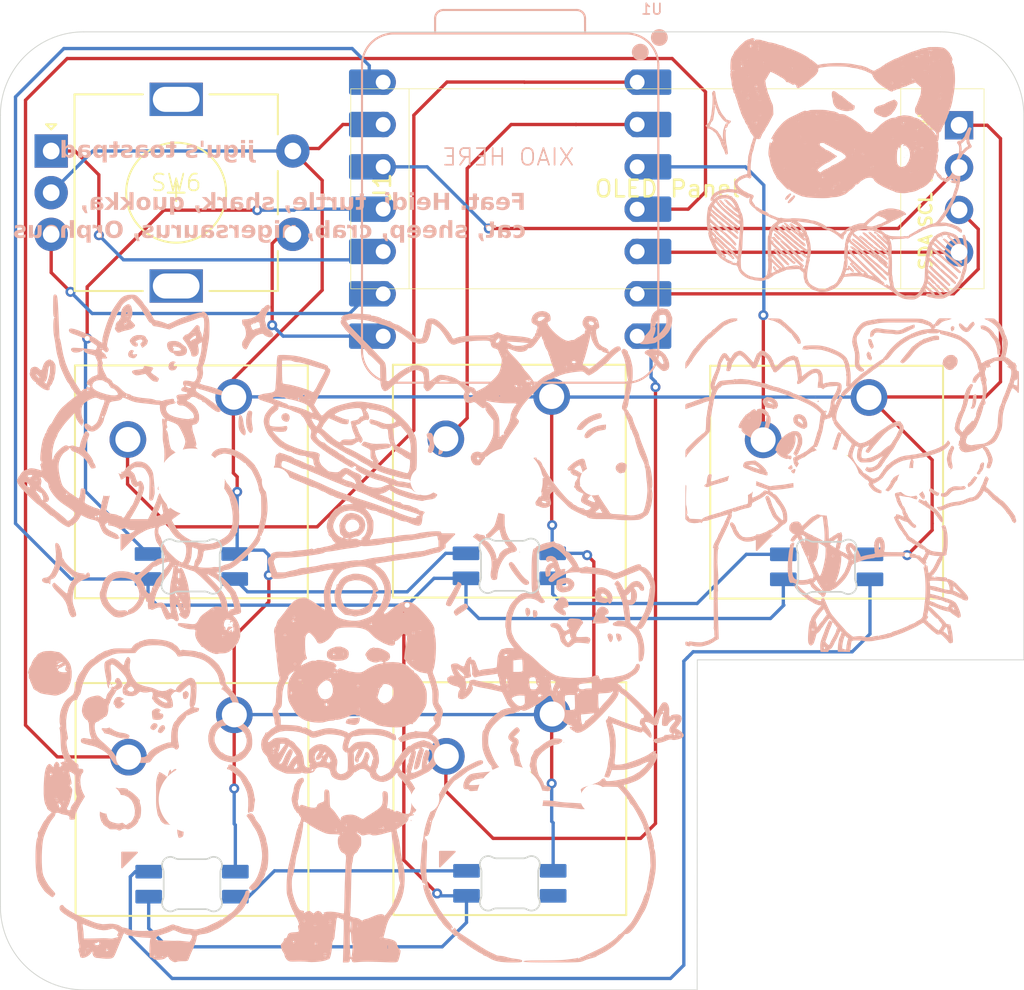
<source format=kicad_pcb>
(kicad_pcb (version 20241229) (generator "pcbnew") (generator_version "9.0")
  (layers (0 "F.Cu" signal) (2 "B.Cu" signal) (13 "F.Paste" user) (15 "B.Paste" user) (5 "F.SilkS" user "F.Silkscreen") (7 "B.SilkS" user "B.Silkscreen") (1 "F.Mask" user) (3 "B.Mask" user) (25 "Edge.Cuts" user))
  (net 0 "")
  (net 1 "GND")
  (net 2 "Net-(D1-DOUT)")
  (net 3 "+5V")
  (net 4 "LED Data")
  (net 5 "Net-(D2-DOUT)")
  (net 6 "OLED SDA")
  (net 7 "+3.3V")
  (net 8 "OLED SCL")
  (net 9 "Button 1")
  (net 10 "Button 2")
  (net 11 "Button 3")
  (net 12 "Button 4")
  (net 13 "Button 6")
  (net 14 "Encoder B")
  (net 15 "Encoder A")
  (net 16 "Button 5")
  (net 17 "Net-(D3-DOUT)")
  (net 18 "Net-(D4-DOUT)")
  (footprint "Custom:MX_SK6812MINI-E_REV(1)" (layer "F.Cu") (at 173.86 83.31)
    (property "Reference" "D5" (hide yes))
    (property "Value" "SK6812MINI")
    (fp_line (start -1.699999 5.782842) (end -1.699999 4.377158) (stroke (width 0.1)) (layer "Edge.Cuts"))
    (fp_line (start -0.794452 3.58) (end 0.794452 3.58) (stroke (width 0.1)) (layer "Edge.Cuts"))
    (fp_line (start 0.794452 6.579999) (end -0.794453 6.579999) (stroke (width 0.1)) (layer "Edge.Cuts"))
    (fp_line (start 1.699999 4.377158) (end 1.699999 5.782842) (stroke (width 0.1)) (layer "Edge.Cuts"))
    (fp_arc (start -1.749484 4.16028) (mid -1.712527 4.265932) (end -1.699999 4.377158) (stroke (width 0.1)) (layer "Edge.Cuts"))
    (fp_arc (start -1.749484 4.160281) (mid -1.638072 3.575965) (end -1.046711 3.511701) (stroke (width 0.1)) (layer "Edge.Cuts"))
    (fp_arc (start -1.699999 5.782843) (mid -1.712527 5.894068) (end -1.749484 5.99972) (stroke (width 0.1)) (layer "Edge.Cuts"))
    (fp_arc (start -1.046711 6.648298) (mid -1.638071 6.584034) (end -1.749484 5.99972) (stroke (width 0.1)) (layer "Edge.Cuts"))
    (fp_arc (start -1.046711 6.648298) (mid -0.925123 6.597376) (end -0.794453 6.579999) (stroke (width 0.1)) (layer "Edge.Cuts"))
    (fp_arc (start -0.794452 3.58) (mid -0.925123 3.562623) (end -1.046711 3.511701) (stroke (width 0.1)) (layer "Edge.Cuts"))
    (fp_arc (start 0.794453 6.58) (mid 0.925123 6.597377) (end 1.046711 6.648299) (stroke (width 0.1)) (layer "Edge.Cuts"))
    (fp_arc (start 1.04671 3.511701) (mid 0.925122 3.562623) (end 0.794452 3.58) (stroke (width 0.1)) (layer "Edge.Cuts"))
    (fp_arc (start 1.046711 3.511703) (mid 1.63807 3.575966) (end 1.749484 4.16028) (stroke (width 0.1)) (layer "Edge.Cuts"))
    (fp_arc (start 1.699999 4.377157) (mid 1.712527 4.265932) (end 1.749484 4.16028) (stroke (width 0.1)) (layer "Edge.Cuts"))
    (fp_arc (start 1.749484 5.99972) (mid 1.638071 6.584035) (end 1.046711 6.648299) (stroke (width 0.1)) (layer "Edge.Cuts"))
    (fp_arc (start 1.749484 5.99972) (mid 1.712527 5.894068) (end 1.699999 5.782842) (stroke (width 0.1)) (layer "Edge.Cuts"))
    (pad "1" smd roundrect (at 2.6 5.83 90) (size 0.82 1.6) (layers "B.Cu" "B.Mask" "B.Paste") (roundrect_rratio 0.1))
    (pad "2" smd roundrect (at 2.6 4.33 90) (size 0.82 1.6) (layers "B.Cu" "B.Mask" "B.Paste") (roundrect_rratio 0.1) (net 1 "GND"))
    (pad "3" smd roundrect (at -2.6 4.33 90) (size 0.82 1.6) (layers "B.Cu" "B.Mask" "B.Paste") (roundrect_rratio 0.1) (net 18 "Net-(D4-DOUT)"))
    (pad "4" smd roundrect (at -2.6 5.83 90) (size 0.82 1.6) (layers "B.Cu" "B.Mask" "B.Paste") (roundrect_rratio 0.1) (net 3 "+5V"))
  )
  (footprint "Custom:cherry_mx_1.00u_pcb_custom" (layer "F.Cu") (at 173.805 64.235)
    (property "Reference" "SW2" (at 0 -1 0) (layer "F.SilkS") (effects (font (thickness 0.1))))
    (property "Value" "SW_Push")
    (pad "" np_thru_hole circle (at -5.055 0.025) (size 1.7 1.7) (drill 1.7) (layers "*.Cu" "*.Mask"))
    (pad "" np_thru_hole circle (at 0.025 0.025) (size 4 4) (drill 4) (layers "*.Cu" "*.Mask"))
    (pad "" np_thru_hole circle (at 5.105 0.025) (size 1.7 1.7) (drill 1.7) (layers "*.Cu" "*.Mask"))
    (pad "1" thru_hole circle (at 2.565 -5.055) (size 2.2 2.2) (drill 1.5) (layers "*.Cu" "*.Mask") (net 1 "GND"))
    (pad "2" thru_hole circle (at -3.785 -2.515) (size 2.2 2.2) (drill 1.5) (layers "*.Cu" "*.Mask") (net 10 "Button 2"))
  )
  (footprint "Custom:MX_SK6812MINI-E_REV(1)" (layer "F.Cu") (at 173.83 64.26)
    (property "Reference" "D2" (hide yes))
    (property "Value" "SK6812MINI")
    (fp_line (start -1.699999 5.782842) (end -1.699999 4.377158) (stroke (width 0.1)) (layer "Edge.Cuts"))
    (fp_line (start -0.794452 3.58) (end 0.794452 3.58) (stroke (width 0.1)) (layer "Edge.Cuts"))
    (fp_line (start 0.794452 6.579999) (end -0.794453 6.579999) (stroke (width 0.1)) (layer "Edge.Cuts"))
    (fp_line (start 1.699999 4.377158) (end 1.699999 5.782842) (stroke (width 0.1)) (layer "Edge.Cuts"))
    (fp_arc (start -1.749484 4.16028) (mid -1.712527 4.265932) (end -1.699999 4.377158) (stroke (width 0.1)) (layer "Edge.Cuts"))
    (fp_arc (start -1.749484 4.160281) (mid -1.638072 3.575965) (end -1.046711 3.511701) (stroke (width 0.1)) (layer "Edge.Cuts"))
    (fp_arc (start -1.699999 5.782843) (mid -1.712527 5.894068) (end -1.749484 5.99972) (stroke (width 0.1)) (layer "Edge.Cuts"))
    (fp_arc (start -1.046711 6.648298) (mid -1.638071 6.584034) (end -1.749484 5.99972) (stroke (width 0.1)) (layer "Edge.Cuts"))
    (fp_arc (start -1.046711 6.648298) (mid -0.925123 6.597376) (end -0.794453 6.579999) (stroke (width 0.1)) (layer "Edge.Cuts"))
    (fp_arc (start -0.794452 3.58) (mid -0.925123 3.562623) (end -1.046711 3.511701) (stroke (width 0.1)) (layer "Edge.Cuts"))
    (fp_arc (start 0.794453 6.58) (mid 0.925123 6.597377) (end 1.046711 6.648299) (stroke (width 0.1)) (layer "Edge.Cuts"))
    (fp_arc (start 1.04671 3.511701) (mid 0.925122 3.562623) (end 0.794452 3.58) (stroke (width 0.1)) (layer "Edge.Cuts"))
    (fp_arc (start 1.046711 3.511703) (mid 1.63807 3.575966) (end 1.749484 4.16028) (stroke (width 0.1)) (layer "Edge.Cuts"))
    (fp_arc (start 1.699999 4.377157) (mid 1.712527 4.265932) (end 1.749484 4.16028) (stroke (width 0.1)) (layer "Edge.Cuts"))
    (fp_arc (start 1.749484 5.99972) (mid 1.638071 6.584035) (end 1.046711 6.648299) (stroke (width 0.1)) (layer "Edge.Cuts"))
    (fp_arc (start 1.749484 5.99972) (mid 1.712527 5.894068) (end 1.699999 5.782842) (stroke (width 0.1)) (layer "Edge.Cuts"))
    (pad "1" smd roundrect (at 2.6 5.83 90) (size 0.82 1.6) (layers "B.Cu" "B.Mask" "B.Paste") (roundrect_rratio 0.1) (net 5 "Net-(D2-DOUT)"))
    (pad "2" smd roundrect (at 2.6 4.33 90) (size 0.82 1.6) (layers "B.Cu" "B.Mask" "B.Paste") (roundrect_rratio 0.1) (net 1 "GND"))
    (pad "3" smd roundrect (at -2.6 4.33 90) (size 0.82 1.6) (layers "B.Cu" "B.Mask" "B.Paste") (roundrect_rratio 0.1) (net 2 "Net-(D1-DOUT)"))
    (pad "4" smd roundrect (at -2.6 5.83 90) (size 0.82 1.6) (layers "B.Cu" "B.Mask" "B.Paste") (roundrect_rratio 0.1) (net 3 "+5V"))
  )
  (footprint "Custom:MX_SK6812MINI-E_REV(1)" (layer "F.Cu") (at 192.87 64.32)
    (property "Reference" "D3" (hide yes))
    (property "Value" "SK6812MINI")
    (fp_line (start -1.699999 5.782842) (end -1.699999 4.377158) (stroke (width 0.1)) (layer "Edge.Cuts"))
    (fp_line (start -0.794452 3.58) (end 0.794452 3.58) (stroke (width 0.1)) (layer "Edge.Cuts"))
    (fp_line (start 0.794452 6.579999) (end -0.794453 6.579999) (stroke (width 0.1)) (layer "Edge.Cuts"))
    (fp_line (start 1.699999 4.377158) (end 1.699999 5.782842) (stroke (width 0.1)) (layer "Edge.Cuts"))
    (fp_arc (start -1.749484 4.16028) (mid -1.712527 4.265932) (end -1.699999 4.377158) (stroke (width 0.1)) (layer "Edge.Cuts"))
    (fp_arc (start -1.749484 4.160281) (mid -1.638072 3.575965) (end -1.046711 3.511701) (stroke (width 0.1)) (layer "Edge.Cuts"))
    (fp_arc (start -1.699999 5.782843) (mid -1.712527 5.894068) (end -1.749484 5.99972) (stroke (width 0.1)) (layer "Edge.Cuts"))
    (fp_arc (start -1.046711 6.648298) (mid -1.638071 6.584034) (end -1.749484 5.99972) (stroke (width 0.1)) (layer "Edge.Cuts"))
    (fp_arc (start -1.046711 6.648298) (mid -0.925123 6.597376) (end -0.794453 6.579999) (stroke (width 0.1)) (layer "Edge.Cuts"))
    (fp_arc (start -0.794452 3.58) (mid -0.925123 3.562623) (end -1.046711 3.511701) (stroke (width 0.1)) (layer "Edge.Cuts"))
    (fp_arc (start 0.794453 6.58) (mid 0.925123 6.597377) (end 1.046711 6.648299) (stroke (width 0.1)) (layer "Edge.Cuts"))
    (fp_arc (start 1.04671 3.511701) (mid 0.925122 3.562623) (end 0.794452 3.58) (stroke (width 0.1)) (layer "Edge.Cuts"))
    (fp_arc (start 1.046711 3.511703) (mid 1.63807 3.575966) (end 1.749484 4.16028) (stroke (width 0.1)) (layer "Edge.Cuts"))
    (fp_arc (start 1.699999 4.377157) (mid 1.712527 4.265932) (end 1.749484 4.16028) (stroke (width 0.1)) (layer "Edge.Cuts"))
    (fp_arc (start 1.749484 5.99972) (mid 1.638071 6.584035) (end 1.046711 6.648299) (stroke (width 0.1)) (layer "Edge.Cuts"))
    (fp_arc (start 1.749484 5.99972) (mid 1.712527 5.894068) (end 1.699999 5.782842) (stroke (width 0.1)) (layer "Edge.Cuts"))
    (pad "1" smd roundrect (at 2.6 5.83 90) (size 0.82 1.6) (layers "B.Cu" "B.Mask" "B.Paste") (roundrect_rratio 0.1) (net 17 "Net-(D3-DOUT)"))
    (pad "2" smd roundrect (at 2.6 4.33 90) (size 0.82 1.6) (layers "B.Cu" "B.Mask" "B.Paste") (roundrect_rratio 0.1) (net 1 "GND"))
    (pad "3" smd roundrect (at -2.6 4.33 90) (size 0.82 1.6) (layers "B.Cu" "B.Mask" "B.Paste") (roundrect_rratio 0.1) (net 5 "Net-(D2-DOUT)"))
    (pad "4" smd roundrect (at -2.6 5.83 90) (size 0.82 1.6) (layers "B.Cu" "B.Mask" "B.Paste") (roundrect_rratio 0.1) (net 3 "+5V"))
  )
  (footprint "Custom:SSD1306-0.91-OLED-4pin-128x32" (layer "F.Cu") (at 164.315 40.715)
    (property "Reference" "J1" (at 1.9 5.91 90) (layer "F.SilkS"))
    (property "Value" "Conn_01x04_Pin")
    (fp_text user "SCL" (at 34.5 7.27 270) (layer "F.SilkS") (effects (font (size 0.75 0.75))))
    (fp_text user "VCC" (at 34.5 4.73 270) (layer "F.SilkS") (effects (font (size 0.75 0.75))))
    (fp_text user "SDA" (at 34.5 9.81 270) (layer "F.SilkS") (effects (font (size 0.75 0.75))))
    (fp_text user "GND" (at 34.5 2.19 270) (layer "F.SilkS") (effects (font (size 0.75 0.75))))
    (fp_text user "OLED Panel" (at 19 6 0) (layer "F.SilkS"))
    (pad "1" thru_hole rect (at 36.5 2.19) (size 1.7 1.7) (drill 1) (layers "*.Cu" "*.Mask") (net 1 "GND"))
    (pad "2" thru_hole oval (at 36.5 4.73) (size 1.7 1.7) (drill 1) (layers "*.Cu" "*.Mask") (net 7 "+3.3V"))
    (pad "3" thru_hole oval (at 36.5 7.27) (size 1.7 1.7) (drill 1) (layers "*.Cu" "*.Mask") (net 8 "OLED SCL"))
    (pad "4" thru_hole oval (at 36.5 9.81) (size 1.7 1.7) (drill 1) (layers "*.Cu" "*.Mask") (net 6 "OLED SDA"))
  )
  (footprint "Custom:MX_SK6812MINI-E_REV(1)" (layer "F.Cu") (at 154.79 83.36)
    (property "Reference" "D4" (hide yes))
    (property "Value" "SK6812MINI")
    (fp_line (start -1.699999 5.782842) (end -1.699999 4.377158) (stroke (width 0.1)) (layer "Edge.Cuts"))
    (fp_line (start -0.794452 3.58) (end 0.794452 3.58) (stroke (width 0.1)) (layer "Edge.Cuts"))
    (fp_line (start 0.794452 6.579999) (end -0.794453 6.579999) (stroke (width 0.1)) (layer "Edge.Cuts"))
    (fp_line (start 1.699999 4.377158) (end 1.699999 5.782842) (stroke (width 0.1)) (layer "Edge.Cuts"))
    (fp_arc (start -1.749484 4.16028) (mid -1.712527 4.265932) (end -1.699999 4.377158) (stroke (width 0.1)) (layer "Edge.Cuts"))
    (fp_arc (start -1.749484 4.160281) (mid -1.638072 3.575965) (end -1.046711 3.511701) (stroke (width 0.1)) (layer "Edge.Cuts"))
    (fp_arc (start -1.699999 5.782843) (mid -1.712527 5.894068) (end -1.749484 5.99972) (stroke (width 0.1)) (layer "Edge.Cuts"))
    (fp_arc (start -1.046711 6.648298) (mid -1.638071 6.584034) (end -1.749484 5.99972) (stroke (width 0.1)) (layer "Edge.Cuts"))
    (fp_arc (start -1.046711 6.648298) (mid -0.925123 6.597376) (end -0.794453 6.579999) (stroke (width 0.1)) (layer "Edge.Cuts"))
    (fp_arc (start -0.794452 3.58) (mid -0.925123 3.562623) (end -1.046711 3.511701) (stroke (width 0.1)) (layer "Edge.Cuts"))
    (fp_arc (start 0.794453 6.58) (mid 0.925123 6.597377) (end 1.046711 6.648299) (stroke (width 0.1)) (layer "Edge.Cuts"))
    (fp_arc (start 1.04671 3.511701) (mid 0.925122 3.562623) (end 0.794452 3.58) (stroke (width 0.1)) (layer "Edge.Cuts"))
    (fp_arc (start 1.046711 3.511703) (mid 1.63807 3.575966) (end 1.749484 4.16028) (stroke (width 0.1)) (layer "Edge.Cuts"))
    (fp_arc (start 1.699999 4.377157) (mid 1.712527 4.265932) (end 1.749484 4.16028) (stroke (width 0.1)) (layer "Edge.Cuts"))
    (fp_arc (start 1.749484 5.99972) (mid 1.638071 6.584035) (end 1.046711 6.648299) (stroke (width 0.1)) (layer "Edge.Cuts"))
    (fp_arc (start 1.749484 5.99972) (mid 1.712527 5.894068) (end 1.699999 5.782842) (stroke (width 0.1)) (layer "Edge.Cuts"))
    (pad "1" smd roundrect (at 2.6 5.83 90) (size 0.82 1.6) (layers "B.Cu" "B.Mask" "B.Paste") (roundrect_rratio 0.1) (net 18 "Net-(D4-DOUT)"))
    (pad "2" smd roundrect (at 2.6 4.33 90) (size 0.82 1.6) (layers "B.Cu" "B.Mask" "B.Paste") (roundrect_rratio 0.1) (net 1 "GND"))
    (pad "3" smd roundrect (at -2.6 4.33 90) (size 0.82 1.6) (layers "B.Cu" "B.Mask" "B.Paste") (roundrect_rratio 0.1) (net 17 "Net-(D3-DOUT)"))
    (pad "4" smd roundrect (at -2.6 5.83 90) (size 0.82 1.6) (layers "B.Cu" "B.Mask" "B.Paste") (roundrect_rratio 0.1) (net 3 "+5V"))
  )
  (footprint "Custom:cherry_mx_1.00u_pcb_custom" (layer "F.Cu") (at 154.7275 64.275)
    (property "Reference" "SW1" (at 0 -1 0) (layer "F.SilkS") (effects (font (thickness 0.1))))
    (property "Value" "SW_Push")
    (pad "" np_thru_hole circle (at -5.055 0.025) (size 1.7 1.7) (drill 1.7) (layers "*.Cu" "*.Mask"))
    (pad "" np_thru_hole circle (at 0.025 0.025) (size 4 4) (drill 4) (layers "*.Cu" "*.Mask"))
    (pad "" np_thru_hole circle (at 5.105 0.025) (size 1.7 1.7) (drill 1.7) (layers "*.Cu" "*.Mask"))
    (pad "1" thru_hole circle (at 2.565 -5.055) (size 2.2 2.2) (drill 1.5) (layers "*.Cu" "*.Mask") (net 1 "GND"))
    (pad "2" thru_hole circle (at -3.785 -2.515) (size 2.2 2.2) (drill 1.5) (layers "*.Cu" "*.Mask") (net 9 "Button 1"))
  )
  (footprint "Custom:cherry_mx_1.00u_pcb_custom" (layer "F.Cu") (at 192.845 64.295)
    (property "Reference" "SW3" (at 0 -1 0) (layer "F.SilkS") (effects (font (thickness 0.1))))
    (property "Value" "SW_Push")
    (pad "" np_thru_hole circle (at -5.055 0.025) (size 1.7 1.7) (drill 1.7) (layers "*.Cu" "*.Mask"))
    (pad "" np_thru_hole circle (at 0.025 0.025) (size 4 4) (drill 4) (layers "*.Cu" "*.Mask"))
    (pad "" np_thru_hole circle (at 5.105 0.025) (size 1.7 1.7) (drill 1.7) (layers "*.Cu" "*.Mask"))
    (pad "1" thru_hole circle (at 2.565 -5.055) (size 2.2 2.2) (drill 1.5) (layers "*.Cu" "*.Mask") (net 1 "GND"))
    (pad "2" thru_hole circle (at -3.785 -2.515) (size 2.2 2.2) (drill 1.5) (layers "*.Cu" "*.Mask") (net 11 "Button 3"))
  )
  (footprint "Custom:cherry_mx_1.00u_pcb_custom" (layer "F.Cu") (at 154.765 83.335)
    (property "Reference" "SW4" (at 0 -1 0) (layer "F.SilkS") (effects (font (thickness 0.1))))
    (property "Value" "SW_Push")
    (pad "" np_thru_hole circle (at -5.055 0.025) (size 1.7 1.7) (drill 1.7) (layers "*.Cu" "*.Mask"))
    (pad "" np_thru_hole circle (at 0.025 0.025) (size 4 4) (drill 4) (layers "*.Cu" "*.Mask"))
    (pad "" np_thru_hole circle (at 5.105 0.025) (size 1.7 1.7) (drill 1.7) (layers "*.Cu" "*.Mask"))
    (pad "1" thru_hole circle (at 2.565 -5.055) (size 2.2 2.2) (drill 1.5) (layers "*.Cu" "*.Mask") (net 1 "GND"))
    (pad "2" thru_hole circle (at -3.785 -2.515) (size 2.2 2.2) (drill 1.5) (layers "*.Cu" "*.Mask") (net 12 "Button 4"))
  )
  (footprint "Custom:Rotary_EncoderRotaryEncoder_Alps_EC11E-Switch_Vertical_H20mm_custom" (layer "F.Cu") (at 153.84 46.85)
    (property "Reference" "SW6" (at 0 -0.5 0) (layer "F.SilkS") (effects (font (thickness 0.1))))
    (property "Value" "RotaryEncoder_Switch")
    (pad "A" thru_hole rect (at -7.5 -2.4) (size 2 2) (drill 1) (layers "*.Cu" "*.Mask") (net 15 "Encoder A"))
    (pad "B" thru_hole circle (at -7.5 2.6) (size 2 2) (drill 1) (layers "*.Cu" "*.Mask") (net 14 "Encoder B"))
    (pad "C" thru_hole circle (at -7.5 0.1) (size 2 2) (drill 1) (layers "*.Cu" "*.Mask") (net 1 "GND"))
    (pad "MP" thru_hole rect (at 0 -5.5) (size 3.2 2) (drill oval 2.8 1.5) (layers "*.Cu" "*.Mask"))
    (pad "MP" thru_hole rect (at 0 5.7) (size 3.2 2) (drill oval 2.8 1.5) (layers "*.Cu" "*.Mask"))
    (pad "S1" thru_hole circle (at 7 2.6) (size 2 2) (drill 1) (layers "*.Cu" "*.Mask") (net 13 "Button 6"))
    (pad "S2" thru_hole circle (at 7 -2.4) (size 2 2) (drill 1) (layers "*.Cu" "*.Mask") (net 1 "GND"))
  )
  (footprint "Custom:cherry_mx_1.00u_pcb_custom" (layer "F.Cu") (at 173.835 83.285)
    (property "Reference" "SW5" (at 0 -1 0) (layer "F.SilkS") (effects (font (thickness 0.1))))
    (property "Value" "SW_Push")
    (pad "" np_thru_hole circle (at -5.055 0.025) (size 1.7 1.7) (drill 1.7) (layers "*.Cu" "*.Mask"))
    (pad "" np_thru_hole circle (at 0.025 0.025) (size 4 4) (drill 4) (layers "*.Cu" "*.Mask"))
    (pad "" np_thru_hole circle (at 5.105 0.025) (size 1.7 1.7) (drill 1.7) (layers "*.Cu" "*.Mask"))
    (pad "1" thru_hole circle (at 2.565 -5.055) (size 2.2 2.2) (drill 1.5) (layers "*.Cu" "*.Mask") (net 1 "GND"))
    (pad "2" thru_hole circle (at -3.785 -2.515) (size 2.2 2.2) (drill 1.5) (layers "*.Cu" "*.Mask") (net 16 "Button 5"))
  )
  (footprint "Custom:MX_SK6812MINI-E_REV(1)" (layer "F.Cu") (at 154.7525 64.3)
    (property "Reference" "D1" (hide yes))
    (property "Value" "SK6812MINI")
    (fp_line (start -1.699999 5.782842) (end -1.699999 4.377158) (stroke (width 0.1)) (layer "Edge.Cuts"))
    (fp_line (start -0.794452 3.58) (end 0.794452 3.58) (stroke (width 0.1)) (layer "Edge.Cuts"))
    (fp_line (start 0.794452 6.579999) (end -0.794453 6.579999) (stroke (width 0.1)) (layer "Edge.Cuts"))
    (fp_line (start 1.699999 4.377158) (end 1.699999 5.782842) (stroke (width 0.1)) (layer "Edge.Cuts"))
    (fp_arc (start -1.749484 4.16028) (mid -1.712527 4.265932) (end -1.699999 4.377158) (stroke (width 0.1)) (layer "Edge.Cuts"))
    (fp_arc (start -1.749484 4.160281) (mid -1.638072 3.575965) (end -1.046711 3.511701) (stroke (width 0.1)) (layer "Edge.Cuts"))
    (fp_arc (start -1.699999 5.782843) (mid -1.712527 5.894068) (end -1.749484 5.99972) (stroke (width 0.1)) (layer "Edge.Cuts"))
    (fp_arc (start -1.046711 6.648298) (mid -1.638071 6.584034) (end -1.749484 5.99972) (stroke (width 0.1)) (layer "Edge.Cuts"))
    (fp_arc (start -1.046711 6.648298) (mid -0.925123 6.597376) (end -0.794453 6.579999) (stroke (width 0.1)) (layer "Edge.Cuts"))
    (fp_arc (start -0.794452 3.58) (mid -0.925123 3.562623) (end -1.046711 3.511701) (stroke (width 0.1)) (layer "Edge.Cuts"))
    (fp_arc (start 0.794453 6.58) (mid 0.925123 6.597377) (end 1.046711 6.648299) (stroke (width 0.1)) (layer "Edge.Cuts"))
    (fp_arc (start 1.04671 3.511701) (mid 0.925122 3.562623) (end 0.794452 3.58) (stroke (width 0.1)) (layer "Edge.Cuts"))
    (fp_arc (start 1.046711 3.511703) (mid 1.63807 3.575966) (end 1.749484 4.16028) (stroke (width 0.1)) (layer "Edge.Cuts"))
    (fp_arc (start 1.699999 4.377157) (mid 1.712527 4.265932) (end 1.749484 4.16028) (stroke (width 0.1)) (layer "Edge.Cuts"))
    (fp_arc (start 1.749484 5.99972) (mid 1.638071 6.584035) (end 1.046711 6.648299) (stroke (width 0.1)) (layer "Edge.Cuts"))
    (fp_arc (start 1.749484 5.99972) (mid 1.712527 5.894068) (end 1.699999 5.782842) (stroke (width 0.1)) (layer "Edge.Cuts"))
    (pad "1" smd roundrect (at 2.6 5.83 90) (size 0.82 1.6) (layers "B.Cu" "B.Mask" "B.Paste") (roundrect_rratio 0.1) (net 2 "Net-(D1-DOUT)"))
    (pad "2" smd roundrect (at 2.6 4.33 90) (size 0.82 1.6) (layers "B.Cu" "B.Mask" "B.Paste") (roundrect_rratio 0.1) (net 1 "GND"))
    (pad "3" smd roundrect (at -2.6 4.33 90) (size 0.82 1.6) (layers "B.Cu" "B.Mask" "B.Paste") (roundrect_rratio 0.1) (net 4 "LED Data"))
    (pad "4" smd roundrect (at -2.6 5.83 90) (size 0.82 1.6) (layers "B.Cu" "B.Mask" "B.Paste") (roundrect_rratio 0.1) (net 3 "+5V"))
  )
  (footprint "LOGO" (layer "B.Cu") (at 164.3 73.1 180)
    (property "Reference" "G***" (hide yes))
    (property "Value" "LOGO" (hide yes))
  )
  (footprint "LOGO" (layer "B.Cu") (at 193.813578 45.328759 180)
    (property "Reference" "G***" (hide yes))
    (property "Value" "LOGO" (hide yes))
  )
  (footprint "LOGO" (layer "B.Cu") (at 194.4 64.5 180)
    (property "Reference" "G***" (hide yes))
    (property "Value" "LOGO" (hide yes))
  )
  (footprint "XIAO LIBRARY:XIAO-RP2040-DIP" (layer "B.Cu") (at 173.88 47.9385 180)
    (property "Reference" "U1" (at -8.5 12 0) (layer "B.SilkS") (effects (font (size 0.635 0.635) (thickness 0.1016)) (justify mirror)))
    (property "Value" "XIAO-RP2040-DIP")
    (pad "1" smd roundrect (at -8.455 7.62) (size 2.432 1.524) (layers "B.Cu" "B.Mask") (roundrect_rratio 0.1) (net 9 "Button 1"))
    (pad "1" thru_hole circle (at -7.62 7.62) (size 1.524 1.524) (drill 0.889) (layers "*.Cu" "*.Mask") (net 9 "Button 1"))
    (pad "2" smd roundrect (at -8.455 5.08) (size 2.432 1.524) (layers "B.Cu" "B.Mask") (roundrect_rratio 0.1) (net 10 "Button 2"))
    (pad "2" thru_hole circle (at -7.62 5.08) (size 1.524 1.524) (drill 0.889) (layers "*.Cu" "*.Mask") (net 10 "Button 2"))
    (pad "3" smd roundrect (at -8.455 2.54) (size 2.432 1.524) (layers "B.Cu" "B.Mask") (roundrect_rratio 0.1) (net 11 "Button 3"))
    (pad "3" thru_hole circle (at -7.62 2.54) (size 1.524 1.524) (drill 0.889) (layers "*.Cu" "*.Mask") (net 11 "Button 3"))
    (pad "4" smd roundrect (at -8.455 0) (size 2.432 1.524) (layers "B.Cu" "B.Mask") (roundrect_rratio 0.1) (net 12 "Button 4"))
    (pad "4" thru_hole circle (at -7.62 0) (size 1.524 1.524) (drill 0.889) (layers "*.Cu" "*.Mask") (net 12 "Button 4"))
    (pad "5" smd roundrect (at -8.455 -2.54) (size 2.432 1.524) (layers "B.Cu" "B.Mask") (roundrect_rratio 0.1) (net 6 "OLED SDA"))
    (pad "5" thru_hole circle (at -7.62 -2.54) (size 1.524 1.524) (drill 0.889) (layers "*.Cu" "*.Mask") (net 6 "OLED SDA"))
    (pad "6" smd roundrect (at -8.455 -5.08) (size 2.432 1.524) (layers "B.Cu" "B.Mask") (roundrect_rratio 0.1) (net 8 "OLED SCL"))
    (pad "6" thru_hole circle (at -7.62 -5.08) (size 1.524 1.524) (drill 0.889) (layers "*.Cu" "*.Mask") (net 8 "OLED SCL"))
    (pad "7" smd roundrect (at -8.455 -7.62) (size 2.432 1.524) (layers "B.Cu" "B.Mask") (roundrect_rratio 0.1) (net 16 "Button 5"))
    (pad "7" thru_hole circle (at -7.62 -7.62) (size 1.524 1.524) (drill 0.889) (layers "*.Cu" "*.Mask") (net 16 "Button 5"))
    (pad "8" thru_hole circle (at 7.62 -7.62 180) (size 1.524 1.524) (drill 0.889) (layers "*.Cu" "*.Mask") (net 13 "Button 6"))
    (pad "8" smd roundrect (at 8.455 -7.62 180) (size 2.432 1.524) (layers "B.Cu" "B.Mask") (roundrect_rratio 0.1) (net 13 "Button 6"))
    (pad "9" thru_hole circle (at 7.62 -5.08 180) (size 1.524 1.524) (drill 0.889) (layers "*.Cu" "*.Mask") (net 14 "Encoder B"))
    (pad "9" smd roundrect (at 8.455 -5.08 180) (size 2.432 1.524) (layers "B.Cu" "B.Mask") (roundrect_rratio 0.1) (net 14 "Encoder B"))
    (pad "10" thru_hole circle (at 7.62 -2.54 180) (size 1.524 1.524) (drill 0.889) (layers "*.Cu" "*.Mask") (net 15 "Encoder A"))
    (pad "10" smd roundrect (at 8.455 -2.54 180) (size 2.432 1.524) (layers "B.Cu" "B.Mask") (roundrect_rratio 0.1) (net 15 "Encoder A"))
    (pad "11" thru_hole circle (at 7.62 0 180) (size 1.524 1.524) (drill 0.889) (layers "*.Cu" "*.Mask") (net 4 "LED Data"))
    (pad "11" smd roundrect (at 8.455 0 180) (size 2.432 1.524) (layers "B.Cu" "B.Mask") (roundrect_rratio 0.1) (net 4 "LED Data"))
    (pad "12" thru_hole circle (at 7.62 2.54 180) (size 1.524 1.524) (drill 0.889) (layers "*.Cu" "*.Mask") (net 7 "+3.3V"))
    (pad "12" smd roundrect (at 8.455 2.54 180) (size 2.432 1.524) (layers "B.Cu" "B.Mask") (roundrect_rratio 0.1) (net 7 "+3.3V"))
    (pad "13" thru_hole circle (at 7.62 5.08 180) (size 1.524 1.524) (drill 0.889) (layers "*.Cu" "*.Mask") (net 1 "GND"))
    (pad "13" smd roundrect (at 8.455 5.08 180) (size 2.432 1.524) (layers "B.Cu" "B.Mask") (roundrect_rratio 0.1) (net 1 "GND"))
    (pad "14" thru_hole circle (at 7.62 7.62 180) (size 1.524 1.524) (drill 0.889) (layers "*.Cu" "*.Mask") (net 3 "+5V"))
    (pad "14" smd roundrect (at 8.455 7.62 180) (size 2.432 1.524) (layers "B.Cu" "B.Mask") (roundrect_rratio 0.1) (net 3 "+5V"))
  )
  (gr_arc (start 199.7 37.3) (mid 203.235516 38.764469) (end 204.7 42.3) (stroke (width 0.05)) (layer "Edge.Cuts"))
  (gr_arc (start 143.29375 42.3) (mid 144.758201 38.764451) (end 148.29375 37.3) (stroke (width 0.05)) (layer "Edge.Cuts"))
  (gr_arc (start 148.29375 94.78125) (mid 144.758184 93.316802) (end 143.29375 89.78125) (stroke (width 0.05)) (layer "Edge.Cuts"))
  (gr_line (start 185.1 94.78125) (end 185.11 74.98125) (stroke (width 0.05)) (layer "Edge.Cuts"))
  (gr_line (start 143.29375 89.78125) (end 143.29375 42.3) (stroke (width 0.05)) (layer "Edge.Cuts"))
  (gr_line (start 148.29375 37.3) (end 199.7 37.3) (stroke (width 0.05)) (layer "Edge.Cuts"))
  (gr_line (start 204.7 42.3) (end 204.7 74.98125) (stroke (width 0.05)) (layer "Edge.Cuts"))
  (gr_line (start 185.11 74.98125) (end 204.7 74.98125) (stroke (width 0.05)) (layer "Edge.Cuts"))
  (gr_line (start 185.1 94.78125) (end 148.29375 94.78125) (stroke (width 0.05)) (layer "Edge.Cuts"))
  (gr_text "jigu's toastpad" (at 158.57 45.02 0) (layer "B.SilkS") (effects (font (size 1 1) (thickness 0.2) (bold yes) (italic yes)) (justify left bottom mirror)))
  (gr_text "Feat. Heidi, turtle, shark, quokka, \ncat, sheep, crab, nigersaurus, Orpheus" (at 174.82 49.83 0) (layer "B.SilkS") (effects (font (size 1 1) (thickness 0.2) (bold yes)) (justify left bottom mirror)))
  (gr_text "XIAO HERE" (at 177.8 45.4 0) (layer "B.SilkS") (effects (font (size 1 1) (thickness 0.1)) (justify left bottom mirror)))
  (segment (start 195.42125 59.2075) (end 199.2 62.98625) (width 0.2) (layer "F.Cu") (net 1))
  (segment (start 157.5 64.9) (end 157.5 64) (width 0.2) (layer "F.Cu") (net 1))
  (segment (start 176.37125 59.21375) (end 176.37125 66.87125) (width 0.2) (layer "F.Cu") (net 1))
  (segment (start 199.2 67.2) (end 197.7 68.7) (width 0.2) (layer "F.Cu") (net 1))
  (segment (start 199.2 62.98625) (end 199.2 66.8) (width 0.2) (layer "F.Cu") (net 1))
  (segment (start 177.73625 78.26375) (end 178.9 77.1) (width 0.2) (layer "F.Cu") (net 1))
  (segment (start 176.37125 78.26375) (end 177.73625 78.26375) (width 0.2) (layer "F.Cu") (net 1))
  (segment (start 178.9 77.1) (end 178.9 69.1) (width 0.2) (layer "F.Cu") (net 1))
  (segment (start 160.69 44.3) (end 162.4 44.3) (width 0.2) (layer "F.Cu") (net 1))
  (segment (start 176.37125 66.87125) (end 176.4 66.9) (width 0.2) (layer "F.Cu") (net 1))
  (segment (start 203.3 58.3) (end 203.3 43.7) (width 0.2) (layer "F.Cu") (net 1))
  (segment (start 159.4 69.9) (end 159.4 71.5) (width 0.2) (layer "F.Cu") (net 1))
  (segment (start 203.3 43.7) (end 202.505 42.905) (width 0.2) (layer "F.Cu") (net 1))
  (segment (start 159.4 71.5) (end 157.32125 73.57875) (width 0.2) (layer "F.Cu") (net 1))
  (segment (start 202.3925 59.2075) (end 203.3 58.3) (width 0.2) (layer "F.Cu") (net 1))
  (segment (start 162.6 46.21) (end 160.69 44.3) (width 0.2) (layer "F.Cu") (net 1))
  (segment (start 162.6 52.8) (end 162.6 46.21) (width 0.2) (layer "F.Cu") (net 1))
  (segment (start 157.5 64) (end 157.2725 63.7725) (width 0.2) (layer "F.Cu") (net 1))
  (segment (start 195.42125 59.2075) (end 202.3925 59.2075) (width 0.2) (layer "F.Cu") (net 1))
  (segment (start 162.4 44.3) (end 163.8415 42.8585) (width 0.2) (layer "F.Cu") (net 1))
  (segment (start 178.9 69.1) (end 178.5 68.7) (width 0.2) (layer "F.Cu") (net 1))
  (segment (start 163.8415 42.8585) (end 166.26 42.8585) (width 0.2) (layer "F.Cu") (net 1))
  (segment (start 176.37125 82.4) (end 176.37125 78.26375) (width 0.2) (layer "F.Cu") (net 1))
  (segment (start 202.505 42.905) (end 200.815 42.905) (width 0.2) (layer "F.Cu") (net 1))
  (segment (start 176.36 59.2025) (end 176.37125 59.21375) (width 0.2) (layer "F.Cu") (net 1))
  (segment (start 157.2725 58.1275) (end 162.6 52.8) (width 0.2) (layer "F.Cu") (net 1))
  (segment (start 199.2 66.8) (end 199.2 67.2) (width 0.2) (layer "F.Cu") (net 1))
  (segment (start 157.32125 73.57875) (end 157.32125 78.26375) (width 0.2) (layer "F.Cu") (net 1))
  (segment (start 157.2725 63.7725) (end 157.2725 58.1275) (width 0.2) (layer "F.Cu") (net 1))
  (segment (start 195.415 59.21375) (end 195.42125 59.2075) (width 0.2) (layer "F.Cu") (net 1))
  (segment (start 157.32125 82.7) (end 157.32125 78.26375) (width 0.2) (layer "F.Cu") (net 1))
  (via (at 197.7 68.7) (size 0.6) (drill 0.3) (layers "F.Cu" "B.Cu") (net 1))
  (via (at 176.37125 82.4) (size 0.6) (drill 0.3) (layers "F.Cu" "B.Cu") (net 1))
  (via (at 157.32125 82.7) (size 0.6) (drill 0.3) (layers "F.Cu" "B.Cu") (net 1))
  (via (at 159.4 69.9) (size 0.6) (drill 0.3) (layers "F.Cu" "B.Cu") (net 1))
  (via (at 176.4 66.9) (size 0.6) (drill 0.3) (layers "F.Cu" "B.Cu") (net 1))
  (via (at 157.5 64.9) (size 0.6) (drill 0.3) (layers "F.Cu" "B.Cu") (net 1))
  (via (at 178.5 68.7) (size 0.6) (drill 0.3) (layers "F.Cu" "B.Cu") (net 1))
  (segment (start 176.46 84.76) (end 176.46 87.64) (width 0.2) (layer "B.Cu") (net 1))
  (segment (start 176.4 68.56) (end 176.43 68.59) (width 0.2) (layer "B.Cu") (net 1))
  (segment (start 157.32125 78.26375) (end 176.37125 78.26375) (width 0.2) (layer "B.Cu") (net 1))
  (segment (start 176.4 66.9) (end 176.4 68.56) (width 0.2) (layer "B.Cu") (net 1))
  (segment (start 157.5 68.4825) (end 157.3525 68.63) (width 0.2) (layer "B.Cu") (net 1))
  (segment (start 148.84 44.45) (end 160.84 44.45) (width 0.2) (layer "B.Cu") (net 1))
  (segment (start 159.1 68.4) (end 157.5825 68.4) (width 0.2) (layer "B.Cu") (net 1))
  (segment (start 157.2725 59.2025) (end 176.36 59.2025) (width 0.2) (layer "B.Cu") (net 1))
  (segment (start 157.32125 82.7) (end 157.32125 84.82125) (width 0.2) (layer "B.Cu") (net 1))
  (segment (start 176.36 59.2025) (end 176.37125 59.21375) (width 0.2) (layer "B.Cu") (net 1))
  (segment (start 176.37125 59.21375) (end 195.415 59.21375) (width 0.2) (layer "B.Cu") (net 1))
  (segment (start 197.65 68.65) (end 195.47 68.65) (width 0.2) (layer "B.Cu") (net 1))
  (segment (start 176.43 68.59) (end 176.393341 68.59) (width 0.2) (layer "B.Cu") (net 1))
  (segment (start 197.7 68.7) (end 197.65 68.65) (width 0.2) (layer "B.Cu") (net 1))
  (segment (start 178.39 68.59) (end 176.43 68.59) (width 0.2) (layer "B.Cu") (net 1))
  (segment (start 157.39 84.89) (end 157.39 87.69) (width 0.2) (layer "B.Cu") (net 1))
  (segment (start 178.5 68.7) (end 178.39 68.59) (width 0.2) (layer "B.Cu") (net 1))
  (segment (start 146.34 46.95) (end 148.84 44.45) (width 0.2) (layer "B.Cu") (net 1))
  (segment (start 176.393341 68.59) (end 176.231029 68.427688) (width 0.2) (layer "B.Cu") (net 1))
  (segment (start 159.4 69.9) (end 159.4 68.7) (width 0.2) (layer "B.Cu") (net 1))
  (segment (start 176.37125 82.4) (end 176.37125 84.67125) (width 0.2) (layer "B.Cu") (net 1))
  (segment (start 159.4 68.7) (end 159.1 68.4) (width 0.2) (layer "B.Cu") (net 1))
  (segment (start 195.415 59.21375) (end 195.42125 59.2075) (width 0.2) (layer "B.Cu") (net 1))
  (segment (start 176.37125 84.67125) (end 176.46 84.76) (width 0.2) (layer "B.Cu") (net 1))
  (segment (start 176.231029 68.427688) (end 176.269596 68.333239) (width 0.2) (layer "B.Cu") (net 1))
  (segment (start 157.5825 68.4) (end 157.3525 68.63) (width 0.2) (layer "B.Cu") (net 1))
  (segment (start 157.5 64.9) (end 157.5 68.4825) (width 0.2) (layer "B.Cu") (net 1))
  (segment (start 157.32125 84.82125) (end 157.39 84.89) (width 0.2) (layer "B.Cu") (net 1))
  (segment (start 170.01 68.59) (end 171.23 68.59) (width 0.2) (layer "B.Cu") (net 2))
  (segment (start 157.3525 70.13) (end 158.1225 70.9) (width 0.2) (layer "B.Cu") (net 2))
  (segment (start 158.1225 70.9) (end 167.7 70.9) (width 0.2) (layer "B.Cu") (net 2))
  (segment (start 167.7 70.9) (end 170.01 68.59) (width 0.2) (layer "B.Cu") (net 2))
  (segment (start 169.5 89) (end 167.5 87) (width 0.2) (layer "F.Cu") (net 3))
  (segment (start 167.5 87) (end 167.5 71.9) (width 0.2) (layer "F.Cu") (net 3))
  (segment (start 167.5 71.9) (end 167.7 71.7) (width 0.2) (layer "F.Cu") (net 3))
  (via (at 167.7 71.7) (size 0.6) (drill 0.3) (layers "F.Cu" "B.Cu") (net 3))
  (via (at 169.5 89) (size 0.6) (drill 0.3) (layers "F.Cu" "B.Cu") (net 3))
  (segment (start 144.2 41.2) (end 147.1 38.3) (width 0.2) (layer "B.Cu") (net 3))
  (segment (start 189.5 72.5) (end 190.3 71.7) (width 0.2) (layer "B.Cu") (net 3))
  (segment (start 152.1525 70.13) (end 152.1525 71.1525) (width 0.2) (layer "B.Cu") (net 3))
  (segment (start 171.23 70.09) (end 171.23 71.73) (width 0.2) (layer "B.Cu") (net 3))
  (segment (start 144.2 66.8) (end 144.2 41.2) (width 0.2) (layer "B.Cu") (net 3))
  (segment (start 169.8 92.2) (end 171.26 90.74) (width 0.2) (layer "B.Cu") (net 3))
  (segment (start 172 72.5) (end 189.5 72.5) (width 0.2) (layer "B.Cu") (net 3))
  (segment (start 165.425 39.325) (end 165.425 40.3185) (width 0.2) (layer "B.Cu") (net 3))
  (segment (start 190.3 71.7) (end 190.27 71.67) (width 0.2) (layer "B.Cu") (net 3))
  (segment (start 152.19 89.19) (end 152.19 91.09) (width 0.2) (layer "B.Cu") (net 3))
  (segment (start 152.1525 70.13) (end 147.53 70.13) (width 0.2) (layer "B.Cu") (net 3))
  (segment (start 190.27 71.67) (end 190.27 70.15) (width 0.2) (layer "B.Cu") (net 3))
  (segment (start 147.1 38.3) (end 164.4 38.3) (width 0.2) (layer "B.Cu") (net 3))
  (segment (start 153.3 92.2) (end 169.8 92.2) (width 0.2) (layer "B.Cu") (net 3))
  (segment (start 164.4 38.3) (end 165.425 39.325) (width 0.2) (layer "B.Cu") (net 3))
  (segment (start 152.7 71.7) (end 167.7 71.7) (width 0.2) (layer "B.Cu") (net 3))
  (segment (start 171.23 71.73) (end 172 72.5) (width 0.2) (layer "B.Cu") (net 3))
  (segment (start 171.26 90.74) (end 171.26 89.14) (width 0.2) (layer "B.Cu") (net 3))
  (segment (start 169.31 70.09) (end 171.23 70.09) (width 0.2) (layer "B.Cu") (net 3))
  (segment (start 152.19 91.09) (end 153.3 92.2) (width 0.2) (layer "B.Cu") (net 3))
  (segment (start 169.64 89.14) (end 169.5 89) (width 0.2) (layer "B.Cu") (net 3))
  (segment (start 152.1525 71.1525) (end 152.7 71.7) (width 0.2) (layer "B.Cu") (net 3))
  (segment (start 171.26 89.14) (end 169.64 89.14) (width 0.2) (layer "B.Cu") (net 3))
  (segment (start 147.53 70.13) (end 144.2 66.8) (width 0.2) (layer "B.Cu") (net 3))
  (segment (start 167.7 71.7) (end 169.31 70.09) (width 0.2) (layer "B.Cu") (net 3))
  (segment (start 158.7 48) (end 153.1 48) (width 0.2) (layer "F.Cu") (net 4))
  (segment (start 153.1 48) (end 148.5 52.6) (width 0.2) (layer "F.Cu") (net 4))
  (segment (start 148.5 52.6) (end 148.5 55.7) (width 0.2) (layer "F.Cu") (net 4))
  (via (at 148.5 55.7) (size 0.6) (drill 0.3) (layers "F.Cu" "B.Cu") (net 4))
  (via (at 158.7 48) (size 0.6) (drill 0.3) (layers "F.Cu" "B.Cu") (net 4))
  (segment (start 160.918413 48) (end 160.979913 47.9385) (width 0.2) (layer "B.Cu") (net 4))
  (segment (start 148.4 64.8775) (end 148.4 55.8) (width 0.2) (layer "B.Cu") (net 4))
  (segment (start 152.1525 68.63) (end 148.4 64.8775) (width 0.2) (layer "B.Cu") (net 4))
  (segment (start 148.4 55.8) (end 148.5 55.7) (width 0.2) (layer "B.Cu") (net 4))
  (segment (start 160.979913 47.9385) (end 165.425 47.9385) (width 0.2) (layer "B.Cu") (net 4))
  (segment (start 158.7 48) (end 160.918413 48) (width 0.2) (layer "B.Cu") (net 4))
  (segment (start 177 71.6) (end 185.1 71.6) (width 0.2) (layer "B.Cu") (net 5))
  (segment (start 188.05 68.65) (end 190.27 68.65) (width 0.2) (layer "B.Cu") (net 5))
  (segment (start 176.43 71.03) (end 177 71.6) (width 0.2) (layer "B.Cu") (net 5))
  (segment (start 185.1 71.6) (end 188.05 68.65) (width 0.2) (layer "B.Cu") (net 5))
  (segment (start 176.43 70.09) (end 176.43 71.03) (width 0.2) (layer "B.Cu") (net 5))
  (segment (start 200.815 50.525) (end 181.5465 50.525) (width 0.2) (layer "F.Cu") (net 6))
  (segment (start 181.5465 50.525) (end 181.5 50.4785) (width 0.2) (layer "F.Cu") (net 6))
  (segment (start 197.16 49.1) (end 172.6 49.1) (width 0.2) (layer "F.Cu") (net 7))
  (segment (start 200.815 45.445) (end 197.16 49.1) (width 0.2) (layer "F.Cu") (net 7))
  (via (at 172.6 49.1) (size 0.6) (drill 0.3) (layers "F.Cu" "B.Cu") (net 7))
  (segment (start 168.8985 45.3985) (end 166.26 45.3985) (width 0.2) (layer "B.Cu") (net 7))
  (segment (start 172.6 49.1) (end 168.8985 45.3985) (width 0.2) (layer "B.Cu") (net 7))
  (segment (start 201.966 49.136) (end 201.966 51.534) (width 0.2) (layer "F.Cu") (net 8))
  (segment (start 201.966 51.534) (end 200.4815 53.0185) (width 0.2) (layer "F.Cu") (net 8))
  (segment (start 200.815 47.985) (end 201.966 49.136) (width 0.2) (layer "F.Cu") (net 8))
  (segment (start 200.4815 53.0185) (end 181.5 53.0185) (width 0.2) (layer "F.Cu") (net 8))
  (segment (start 150.9225 64.4425) (end 150.9225 61.7425) (width 0.2) (layer "F.Cu") (net 9))
  (segment (start 162.3 67) (end 153.48 67) (width 0.2) (layer "F.Cu") (net 9))
  (segment (start 174.7385 40.3185) (end 174.73 40.31) (width 0.2) (layer "F.Cu") (net 9))
  (segment (start 168.1 42.3) (end 168.1 61.2) (width 0.2) (layer "F.Cu") (net 9))
  (segment (start 153.48 67) (end 150.9225 64.4425) (width 0.2) (layer "F.Cu") (net 9))
  (segment (start 170.09 40.31) (end 168.1 42.3) (width 0.2) (layer "F.Cu") (net 9))
  (segment (start 174.73 40.31) (end 170.09 40.31) (width 0.2) (layer "F.Cu") (net 9))
  (segment (start 181.5 40.3185) (end 174.7385 40.3185) (width 0.2) (layer "F.Cu") (net 9))
  (segment (start 168.1 61.2) (end 162.3 67) (width 0.2) (layer "F.Cu") (net 9))
  (segment (start 171.3 60.475) (end 170.02125 61.75375) (width 0.2) (layer "F.Cu") (net 10))
  (segment (start 177.8315 42.8585) (end 181.5 42.8585) (width 0.2) (layer "F.Cu") (net 10))
  (segment (start 171.3 45.5) (end 171.3 60.475) (width 0.2) (layer "F.Cu") (net 10))
  (segment (start 177.83 42.86) (end 177.8315 42.8585) (width 0.2) (layer "F.Cu") (net 10))
  (segment (start 173.94 42.86) (end 171.3 45.5) (width 0.2) (layer "F.Cu") (net 10))
  (segment (start 177.83 42.86) (end 173.94 42.86) (width 0.2) (layer "F.Cu") (net 10))
  (segment (start 189.07125 54.3) (end 189.07125 61.76875) (width 0.2) (layer "F.Cu") (net 11))
  (segment (start 189.07125 61.76875) (end 189.06 61.78) (width 0.2) (layer "F.Cu") (net 11))
  (via (at 189.07125 54.3) (size 0.6) (drill 0.3) (layers "F.Cu" "B.Cu") (net 11))
  (segment (start 189.1 46.5) (end 187.9985 45.3985) (width 0.2) (layer "B.Cu") (net 11))
  (segment (start 187.9985 45.3985) (end 181.5 45.3985) (width 0.2) (layer "B.Cu") (net 11))
  (segment (start 189.1 54.27125) (end 189.1 46.5) (width 0.2) (layer "B.Cu") (net 11))
  (segment (start 189.07125 54.3) (end 189.1 54.27125) (width 0.2) (layer "B.Cu") (net 11))
  (segment (start 185.6 46.9) (end 184.5615 47.9385) (width 0.2) (layer "F.Cu") (net 12))
  (segment (start 150.97125 80.80375) (end 146.70375 80.80375) (width 0.2) (layer "F.Cu") (net 12))
  (segment (start 147.3 38.9) (end 183.6 38.9) (width 0.2) (layer "F.Cu") (net 12))
  (segment (start 144.8 78.9) (end 144.8 41.4) (width 0.2) (layer "F.Cu") (net 12))
  (segment (start 144.8 41.4) (end 147.3 38.9) (width 0.2) (layer "F.Cu") (net 12))
  (segment (start 183.6 38.9) (end 185.6 40.9) (width 0.2) (layer "F.Cu") (net 12))
  (segment (start 184.5615 47.9385) (end 181.5 47.9385) (width 0.2) (layer "F.Cu") (net 12))
  (segment (start 146.70375 80.80375) (end 144.8 78.9) (width 0.2) (layer "F.Cu") (net 12))
  (segment (start 185.6 40.9) (end 185.6 46.9) (width 0.2) (layer "F.Cu") (net 12))
  (segment (start 159.6 50) (end 160.3 49.3) (width 0.2) (layer "F.Cu") (net 13))
  (segment (start 160.3 49.3) (end 161.25 49.3) (width 0.2) (layer "F.Cu") (net 13))
  (segment (start 159.6 54.9) (end 159.6 50) (width 0.2) (layer "F.Cu") (net 13))
  (via (at 159.6 54.9) (size 0.6) (drill 0.3) (layers "F.Cu" "B.Cu") (net 13))
  (segment (start 160.2585 55.5585) (end 165.425 55.5585) (width 0.2) (layer "B.Cu") (net 13))
  (segment (start 159.6 54.9) (end 160.2585 55.5585) (width 0.2) (layer "B.Cu") (net 13))
  (segment (start 146.34 49.45) (end 146.34 51.74) (width 0.2) (layer "F.Cu") (net 14))
  (segment (start 146.34 51.74) (end 147.5 52.9) (width 0.2) (layer "F.Cu") (net 14))
  (via (at 147.5 52.9) (size 0.6) (drill 0.3) (layers "F.Cu" "B.Cu") (net 14))
  (segment (start 148.8 54.2) (end 164.2435 54.2) (width 0.2) (layer "B.Cu") (net 14))
  (segment (start 164.2435 54.2) (end 165.425 53.0185) (width 0.2) (layer "B.Cu") (net 14))
  (segment (start 147.5 52.9) (end 148.8 54.2) (width 0.2) (layer "B.Cu") (net 14))
  (segment (start 146.34 44.45) (end 147.77 44.45) (width 0.2) (layer "F.Cu") (net 15))
  (segment (start 147.77 44.45) (end 149.2 45.88) (width 0.2) (layer "F.Cu") (net 15))
  (segment (start 149.2 45.88) (end 149.2 49.5) (width 0.2) (layer "F.Cu") (net 15))
  (via (at 149.2 49.5) (size 0.6) (drill 0.3) (layers "F.Cu" "B.Cu") (net 15))
  (segment (start 164.9235 50.98) (end 165.425 50.4785) (width 0.2) (layer "B.Cu") (net 15))
  (segment (start 150.68 50.98) (end 164.9235 50.98) (width 0.2) (layer "B.Cu") (net 15))
  (segment (start 149.2 49.5) (end 150.68 50.98) (width 0.2) (layer "B.Cu") (net 15))
  (segment (start 181.70525 85.69475) (end 182.6 84.8) (width 0.2) (layer "F.Cu") (net 16))
  (segment (start 182.6 84.8) (end 182.6 58.61375) (width 0.2) (layer "F.Cu") (net 16))
  (segment (start 170.02125 80.80375) (end 170.02125 82.858566) (width 0.2) (layer "F.Cu") (net 16))
  (segment (start 172.857434 85.69475) (end 181.70525 85.69475) (width 0.2) (layer "F.Cu") (net 16))
  (segment (start 170.02125 82.858566) (end 172.857434 85.69475) (width 0.2) (layer "F.Cu") (net 16))
  (via (at 182.6 58.61375) (size 0.6) (drill 0.3) (layers "F.Cu" "B.Cu") (net 16))
  (segment (start 182.6 58.61375) (end 182.6 58.3) (width 0.2) (layer "B.Cu") (net 16))
  (segment (start 182.6 58.3) (end 182.335 58.035) (width 0.2) (layer "B.Cu") (net 16))
  (segment (start 182.335 58.035) (end 182.335 55.5585) (width 0.2) (layer "B.Cu") (net 16))
  (segment (start 184.861006 74.498874) (end 184.861132 74.499) (width 0.2) (layer "B.Cu") (net 17))
  (segment (start 153.6 94.1) (end 151.089 91.589) (width 0.2) (layer "B.Cu") (net 17))
  (segment (start 184.861058 74.499) (end 184.685129 74.674929) (width 0.2) (layer "B.Cu") (net 17))
  (segment (start 195.47 70.15) (end 195.47 73.43) (width 0.2) (layer "B.Cu") (net 17))
  (segment (start 184.861132 74.499) (end 184.861058 74.499) (width 0.2) (layer "B.Cu") (net 17))
  (segment (start 151.089 87.991) (end 151.39 87.69) (width 0.2) (layer "B.Cu") (net 17))
  (segment (start 194.401126 74.498874) (end 184.861006 74.498874) (width 0.2) (layer "B.Cu") (net 17))
  (segment (start 183.5 94.1) (end 153.6 94.1) (width 0.2) (layer "B.Cu") (net 17))
  (segment (start 184.685129 74.674929) (end 184.509126 74.850754) (width 0.2) (layer "B.Cu") (net 17))
  (segment (start 151.089 91.589) (end 151.089 87.991) (width 0.2) (layer "B.Cu") (net 17))
  (segment (start 184.3 93.3) (end 183.5 94.1) (width 0.2) (layer "B.Cu") (net 17))
  (segment (start 184.3 75.060058) (end 184.3 93.3) (width 0.2) (layer "B.Cu") (net 17))
  (segment (start 151.39 87.69) (end 152.19 87.69) (width 0.2) (layer "B.Cu") (net 17))
  (segment (start 184.509126 74.850754) (end 184.509126 74.850932) (width 0.2) (layer "B.Cu") (net 17))
  (segment (start 184.509126 74.850932) (end 184.3 75.060058) (width 0.2) (layer "B.Cu") (net 17))
  (segment (start 195.47 73.43) (end 194.401126 74.498874) (width 0.2) (layer "B.Cu") (net 17))
  (segment (start 157.39 89.19) (end 158.19 89.19) (width 0.2) (layer "B.Cu") (net 18))
  (segment (start 159.74 87.64) (end 171.26 87.64) (width 0.2) (layer "B.Cu") (net 18))
  (segment (start 158.19 89.19) (end 159.74 87.64) (width 0.2) (layer "B.Cu") (net 18))
)
</source>
